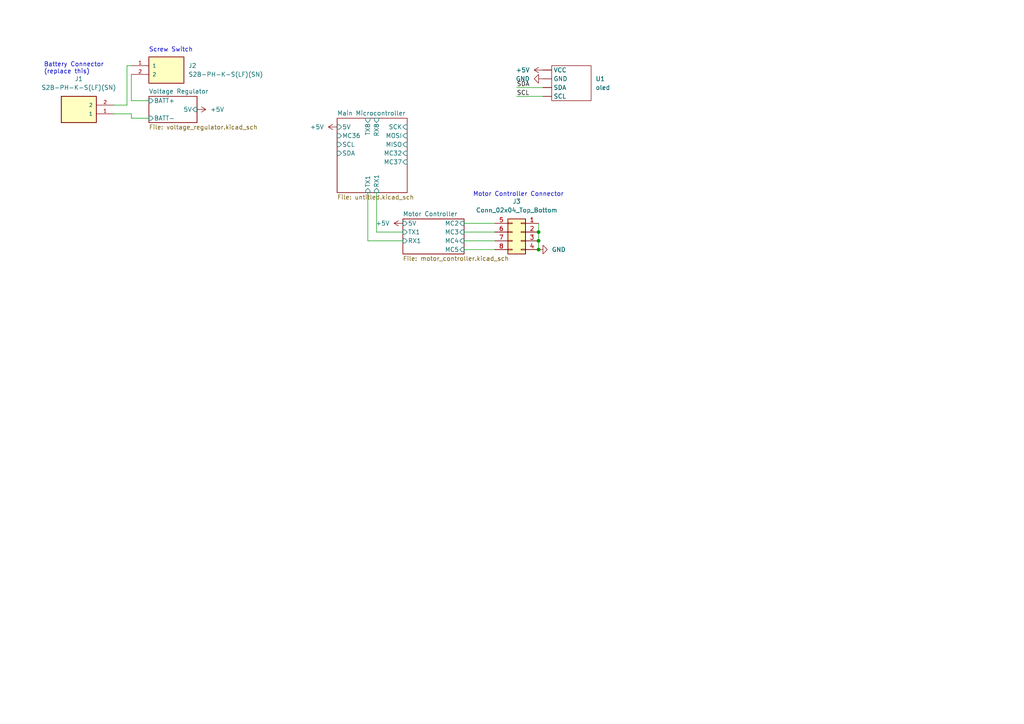
<source format=kicad_sch>
(kicad_sch (version 20211123) (generator eeschema)
  (paper "A4")
  (lib_symbols
    (symbol "Connector_Generic:Conn_02x04_Top_Bottom" (pin_names (offset 1.016) hide)
      (property "Reference" "J" (at 1.27 5.08 0))
      (property "Value" "Conn_02x04_Top_Bottom" (at 1.27 -7.62 0))
      (symbol "Conn_02x04_Top_Bottom_1_1"
        (rectangle (start -1.27 -4.953) (end 0 -5.207) (stroke (width 0.1524)))
        (rectangle (start -1.27 -2.413) (end 0 -2.667) (stroke (width 0.1524)))
        (rectangle (start -1.27 0.127) (end 0 -0.127) (stroke (width 0.1524)))
        (rectangle (start -1.27 2.667) (end 0 2.413) (stroke (width 0.1524)))
        (rectangle (start -1.27 3.81) (end 3.81 -6.35) (stroke (width 0.254)) (fill (type background)))
        (rectangle (start 3.81 -4.953) (end 2.54 -5.207) (stroke (width 0.1524)))
        (rectangle (start 3.81 -2.413) (end 2.54 -2.667) (stroke (width 0.1524)))
        (rectangle (start 3.81 0.127) (end 2.54 -0.127) (stroke (width 0.1524)))
        (rectangle (start 3.81 2.667) (end 2.54 2.413) (stroke (width 0.1524)))
        (pin passive line (at -5.08 2.54 0) (length 3.81) (name "Pin_1") (number "1"))
        (pin passive line (at -5.08 0 0) (length 3.81) (name "Pin_2") (number "2"))
        (pin passive line (at -5.08 -2.54 0) (length 3.81) (name "Pin_3") (number "3"))
        (pin passive line (at -5.08 -5.08 0) (length 3.81) (name "Pin_4") (number "4"))
        (pin passive line (at 7.62 2.54 180) (length 3.81) (name "Pin_5") (number "5"))
        (pin passive line (at 7.62 0 180) (length 3.81) (name "Pin_6") (number "6"))
        (pin passive line (at 7.62 -2.54 180) (length 3.81) (name "Pin_7") (number "7"))
        (pin passive line (at 7.62 -5.08 180) (length 3.81) (name "Pin_8") (number "8"))
      )
    )
    (symbol "S2B-PH-K-S_LF__SN_:S2B-PH-K-S(LF)(SN)" (pin_names (offset 1.016))
      (property "Reference" "J" (at -5.08 3.302 0))
      (property "Value" "S2B-PH-K-S(LF)(SN)" (at -5.08 -7.62 0))
      (symbol "S2B-PH-K-S(LF)(SN)_0_0"
        (rectangle (start -5.08 -5.08) (end 5.08 2.54) (stroke (width 0.254)) (fill (type background)))
        (pin passive line (at -10.16 0 0) (length 5.08) (name "1") (number "1"))
        (pin passive line (at -10.16 -2.54 0) (length 5.08) (name "2") (number "2"))
      )
    )
    (symbol "oled:oled"
      (property "Reference" "U" (at 0 0 0))
      (property "Value" "oled" (at 0 1.905 0))
      (symbol "oled_0_1"
        (rectangle (start -5.08 -1.27) (end 6.35 -11.43))
      )
      (symbol "oled_1_1"
        (pin power_out line (at -7.62 -5.08 0) (length 2.54) (name "GND") (number ""))
        (pin input line (at -7.62 -10.16 0) (length 2.54) (name "SCL") (number ""))
        (pin input line (at -7.62 -7.62 0) (length 2.54) (name "SDA") (number ""))
        (pin power_in line (at -7.62 -2.54 0) (length 2.54) (name "VCC") (number ""))
      )
    )
    (symbol "power:+5V" (power) (pin_names (offset 0))
      (property "Value" "+5V" (at 0 3.556 0))
      (symbol "+5V_0_1"
        (polyline (pts (xy -0.762 1.27) (xy 0 2.54)))
        (polyline (pts (xy 0 0) (xy 0 2.54)))
        (polyline (pts (xy 0 2.54) (xy 0.762 1.27)))
      )
      (symbol "+5V_1_1"
        (pin power_in line (at 0 0 90) (length 0) hide (name "+5V") (number "1"))
      )
    )
    (symbol "power:GND" (power) (pin_names (offset 0))
      (property "Value" "GND" (at 0 -3.81 0))
      (symbol "GND_0_1"
        (polyline (pts (xy 0 0) (xy 0 -1.27) (xy 1.27 -1.27) (xy 0 -2.54) (xy -1.27 -1.27) (xy 0 -1.27)))
      )
      (symbol "GND_1_1"
        (pin power_in line (at 0 0 270) (length 0) hide (name "GND") (number "1"))
      )
    )
  )
  (junction (at 156.21 69.85))
  (junction (at 156.21 67.31))
  (junction (at 156.21 72.39))
  (wire (pts (xy 149.86 25.4) (xy 157.48 25.4)))
  (wire (pts (xy 33.02 33.02) (xy 38.1 33.02)))
  (wire (pts (xy 36.83 19.05) (xy 36.83 30.48)))
  (wire (pts (xy 143.51 72.39) (xy 134.62 72.39)))
  (wire (pts (xy 109.22 55.88) (xy 109.22 67.31)))
  (wire (pts (xy 156.21 69.85) (xy 156.21 72.39)))
  (wire (pts (xy 156.21 67.31) (xy 156.21 69.85)))
  (wire (pts (xy 143.51 64.77) (xy 134.62 64.77)))
  (wire (pts (xy 38.1 19.05) (xy 36.83 19.05)))
  (wire (pts (xy 109.22 67.31) (xy 116.84 67.31)))
  (wire (pts (xy 38.1 33.02) (xy 38.1 34.29)))
  (wire (pts (xy 36.83 30.48) (xy 33.02 30.48)))
  (wire (pts (xy 38.1 34.29) (xy 43.18 34.29)))
  (wire (pts (xy 38.1 21.59) (xy 38.1 29.21)))
  (wire (pts (xy 143.51 69.85) (xy 134.62 69.85)))
  (wire (pts (xy 38.1 29.21) (xy 43.18 29.21)))
  (wire (pts (xy 143.51 67.31) (xy 134.62 67.31)))
  (wire (pts (xy 106.68 55.88) (xy 106.68 69.85)))
  (wire (pts (xy 106.68 69.85) (xy 116.84 69.85)))
  (wire (pts (xy 149.86 27.94) (xy 157.48 27.94)))
  (wire (pts (xy 156.21 64.77) (xy 156.21 67.31)))
  (text "Screw Switch" (at 43.18 15.24 0) (effects (font (size 1.27 1.27)) (justify left bottom)))
  (text "Battery Connector\n(replace this)" (at 12.7 21.59 0) (effects (font (size 1.27 1.27)) (justify left bottom)))
  (text "Motor Controller Connector" (at 137.16 57.15 0) (effects (font (size 1.27 1.27)) (justify left bottom)))
  (label "SCL" (at 149.86 27.94 0))
  (label "SDA" (at 149.86 25.4 0))
  (symbol (lib_id "S2B-PH-K-S_LF__SN_:S2B-PH-K-S(LF)(SN)") (at 48.26 19.05 0) (unit 1)
    (property "Reference" "J2" (at 54.61 19.0499 0) (effects (justify left)))
    (property "Value" "S2B-PH-K-S(LF)(SN)" (at 54.61 21.5899 0) (effects (justify left)))
    (property "Footprint" "JST_S2B-PH-K-S(LF)(SN)" (effects hide))
    (property "MP" "S2B-PH-K-S_LF__SN_" (effects hide))
    (property "PACKAGE" "None" (effects hide))
    (property "DESCRIPTION" "Connector Header Through Hole, Right Angle 2 position" (effects hide))
    (property "AVAILABILITY" "Unavailable" (effects hide))
    (property "PRICE" "None" (effects hide))
    (property "MAXIMUM_PACKAGE_HEIGHT" "4.8mm" (effects hide))
    (property "MF" "JST Sales" (effects hide))
  )
  (symbol (lib_id "power:+5V") (at 116.84 64.77 90) (unit 1)
    (property "Reference" "#PWR0102" (effects hide))
    (property "Value" "+5V" (at 113.03 64.7699 90) (effects (justify left)))
  )
  (symbol (lib_id "power:GND") (at 156.21 72.39 90) (mirror x) (unit 1)
    (property "Reference" "#PWR0104" (effects hide))
    (property "Value" "GND" (at 160.02 72.3899 90) (effects (justify right)))
  )
  (symbol (lib_id "S2B-PH-K-S_LF__SN_:S2B-PH-K-S(LF)(SN)") (at 22.86 33.02 180) (unit 1)
    (property "Reference" "J1" (at 22.86 22.86 0))
    (property "Value" "S2B-PH-K-S(LF)(SN)" (at 22.86 25.4 0))
    (property "Footprint" "JST_S2B-PH-K-S(LF)(SN)" (effects hide))
    (property "MP" "S2B-PH-K-S_LF__SN_" (effects hide))
    (property "PACKAGE" "None" (effects hide))
    (property "DESCRIPTION" "Connector Header Through Hole, Right Angle 2 position" (effects hide))
    (property "AVAILABILITY" "Unavailable" (effects hide))
    (property "PRICE" "None" (effects hide))
    (property "MAXIMUM_PACKAGE_HEIGHT" "4.8mm" (effects hide))
    (property "MF" "JST Sales" (effects hide))
  )
  (symbol (lib_id "power:+5V") (at 57.15 31.75 270) (unit 1)
    (property "Reference" "#PWR0101" (effects hide))
    (property "Value" "+5V" (at 60.96 31.7499 90) (effects (justify left)))
  )
  (symbol (lib_id "Connector_Generic:Conn_02x04_Top_Bottom") (at 151.13 67.31 0) (mirror y) (unit 1)
    (property "Reference" "J3" (at 149.86 58.42 0))
    (property "Value" "Conn_02x04_Top_Bottom" (at 149.86 60.96 0))
  )
  (symbol (lib_id "power:GND") (at 157.48 22.86 270) (unit 1)
    (property "Reference" "#PWR0106" (effects hide))
    (property "Value" "GND" (at 153.67 22.8599 90) (effects (justify right)))
  )
  (symbol (lib_id "power:+5V") (at 97.79 36.83 90) (unit 1)
    (property "Reference" "#PWR0103" (effects hide))
    (property "Value" "+5V" (at 93.98 36.8299 90) (effects (justify left)))
  )
  (symbol (lib_id "oled:oled") (at 165.1 17.78 0) (unit 1)
    (property "Reference" "U1" (at 172.72 22.8599 0) (effects (justify left)))
    (property "Value" "oled" (at 172.72 25.3999 0) (effects (justify left)))
    (property "Footprint" "oled" (effects hide))
  )
  (symbol (lib_id "power:+5V") (at 157.48 20.32 90) (unit 1)
    (property "Reference" "#PWR0105" (effects hide))
    (property "Value" "+5V" (at 153.67 20.3199 90) (effects (justify left)))
  )
  (sheet (at 43.18 27.94) (size 13.97 7.62) (stroke (width 0.1524))
    (property "Sheet name" "Voltage Regulator" (at 43.18 27.2284 0) (effects (justify left bottom)))
    (property "Sheet file" "voltage_regulator.kicad_sch" (at 43.18 36.1446 0) (effects (justify left top)))
    (pin "5V" input (at 57.15 31.75 0))
    (pin "BATT+" input (at 43.18 29.21 180))
    (pin "BATT-" input (at 43.18 34.29 180))
  )
  (sheet (at 97.79 34.29) (size 20.32 21.59) (stroke (width 0.1524))
    (property "Sheet name" "Main Microcontroller" (at 97.79 33.5784 0) (effects (justify left bottom)))
    (property "Sheet file" "untitled.kicad_sch" (at 97.79 56.4646 0) (effects (justify left top)))
    (pin "MC36" input (at 97.79 39.37 180))
    (pin "MOSI" input (at 118.11 39.37 0))
    (pin "MISO" input (at 118.11 41.91 0))
    (pin "RX8" input (at 109.22 34.29 90))
    (pin "TX8" input (at 106.68 34.29 90))
    (pin "MC37" input (at 118.11 46.99 0))
    (pin "5V" input (at 97.79 36.83 180))
    (pin "RX1" input (at 109.22 55.88 270))
    (pin "TX1" input (at 106.68 55.88 270))
    (pin "MC32" input (at 118.11 44.45 0))
    (pin "SCL" input (at 97.79 41.91 180))
    (pin "SDA" input (at 97.79 44.45 180))
    (pin "SCK" input (at 118.11 36.83 0))
  )
  (sheet (at 116.84 63.5) (size 17.78 10.16) (stroke (width 0.1524))
    (property "Sheet name" "Motor Controller" (at 116.84 62.7884 0) (effects (justify left bottom)))
    (property "Sheet file" "motor_controller.kicad_sch" (at 116.84 74.2446 0) (effects (justify left top)))
    (pin "MC2" input (at 134.62 64.77 0))
    (pin "RX1" input (at 116.84 69.85 180))
    (pin "5V" input (at 116.84 64.77 180))
    (pin "TX1" input (at 116.84 67.31 180))
    (pin "MC5" input (at 134.62 72.39 0))
    (pin "MC4" input (at 134.62 69.85 0))
    (pin "MC3" input (at 134.62 67.31 0))
  )
)
</source>
